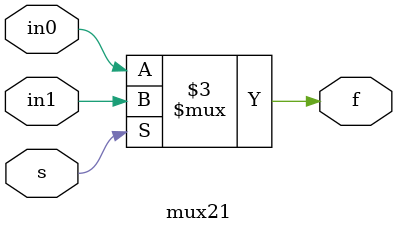
<source format=v>
/*
• An	alternate	way	to	specify	the	
event	condi>on	by	using	a	“*”	
instead	of	naming	the	variables.	
• “*”	is	ac>vated	whenever	any	of	
the	variables	change.
*/
// A combinational logic example
module mux21 (in1, in0, s, f);
    input in1, in0, s;
    output reg f;
    always @(*)
        if (s)
            f = in1;
        else
            f = in0;
endmodule

</source>
